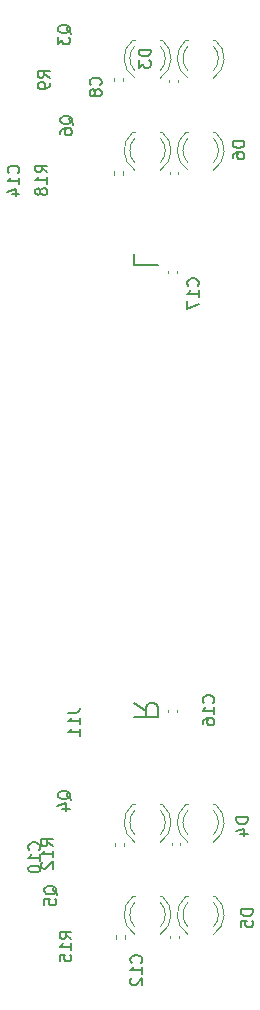
<source format=gbr>
%TF.GenerationSoftware,KiCad,Pcbnew,8.0.3*%
%TF.CreationDate,2024-06-29T22:13:22+09:00*%
%TF.ProjectId,makyi_mouse,6d616b79-695f-46d6-9f75-73652e6b6963,rev?*%
%TF.SameCoordinates,Original*%
%TF.FileFunction,Legend,Bot*%
%TF.FilePolarity,Positive*%
%FSLAX46Y46*%
G04 Gerber Fmt 4.6, Leading zero omitted, Abs format (unit mm)*
G04 Created by KiCad (PCBNEW 8.0.3) date 2024-06-29 22:13:22*
%MOMM*%
%LPD*%
G01*
G04 APERTURE LIST*
%ADD10C,0.200000*%
%ADD11C,0.150000*%
%ADD12C,0.120000*%
G04 APERTURE END LIST*
D10*
X138085161Y-60380952D02*
X138085161Y-61333333D01*
X138085161Y-61333333D02*
X140085161Y-61333333D01*
X138085161Y-98380952D02*
X139037542Y-99047619D01*
X138085161Y-99523809D02*
X140085161Y-99523809D01*
X140085161Y-99523809D02*
X140085161Y-98761904D01*
X140085161Y-98761904D02*
X139989923Y-98571428D01*
X139989923Y-98571428D02*
X139894685Y-98476190D01*
X139894685Y-98476190D02*
X139704209Y-98380952D01*
X139704209Y-98380952D02*
X139418495Y-98380952D01*
X139418495Y-98380952D02*
X139228019Y-98476190D01*
X139228019Y-98476190D02*
X139132780Y-98571428D01*
X139132780Y-98571428D02*
X139037542Y-98761904D01*
X139037542Y-98761904D02*
X139037542Y-99523809D01*
D11*
X132900057Y-49404761D02*
X132852438Y-49309523D01*
X132852438Y-49309523D02*
X132757200Y-49214285D01*
X132757200Y-49214285D02*
X132614342Y-49071428D01*
X132614342Y-49071428D02*
X132566723Y-48976190D01*
X132566723Y-48976190D02*
X132566723Y-48880952D01*
X132804819Y-48928571D02*
X132757200Y-48833333D01*
X132757200Y-48833333D02*
X132661961Y-48738095D01*
X132661961Y-48738095D02*
X132471485Y-48690476D01*
X132471485Y-48690476D02*
X132138152Y-48690476D01*
X132138152Y-48690476D02*
X131947676Y-48738095D01*
X131947676Y-48738095D02*
X131852438Y-48833333D01*
X131852438Y-48833333D02*
X131804819Y-48928571D01*
X131804819Y-48928571D02*
X131804819Y-49119047D01*
X131804819Y-49119047D02*
X131852438Y-49214285D01*
X131852438Y-49214285D02*
X131947676Y-49309523D01*
X131947676Y-49309523D02*
X132138152Y-49357142D01*
X132138152Y-49357142D02*
X132471485Y-49357142D01*
X132471485Y-49357142D02*
X132661961Y-49309523D01*
X132661961Y-49309523D02*
X132757200Y-49214285D01*
X132757200Y-49214285D02*
X132804819Y-49119047D01*
X132804819Y-49119047D02*
X132804819Y-48928571D01*
X131804819Y-50214285D02*
X131804819Y-50023809D01*
X131804819Y-50023809D02*
X131852438Y-49928571D01*
X131852438Y-49928571D02*
X131900057Y-49880952D01*
X131900057Y-49880952D02*
X132042914Y-49785714D01*
X132042914Y-49785714D02*
X132233390Y-49738095D01*
X132233390Y-49738095D02*
X132614342Y-49738095D01*
X132614342Y-49738095D02*
X132709580Y-49785714D01*
X132709580Y-49785714D02*
X132757200Y-49833333D01*
X132757200Y-49833333D02*
X132804819Y-49928571D01*
X132804819Y-49928571D02*
X132804819Y-50119047D01*
X132804819Y-50119047D02*
X132757200Y-50214285D01*
X132757200Y-50214285D02*
X132709580Y-50261904D01*
X132709580Y-50261904D02*
X132614342Y-50309523D01*
X132614342Y-50309523D02*
X132376247Y-50309523D01*
X132376247Y-50309523D02*
X132281009Y-50261904D01*
X132281009Y-50261904D02*
X132233390Y-50214285D01*
X132233390Y-50214285D02*
X132185771Y-50119047D01*
X132185771Y-50119047D02*
X132185771Y-49928571D01*
X132185771Y-49928571D02*
X132233390Y-49833333D01*
X132233390Y-49833333D02*
X132281009Y-49785714D01*
X132281009Y-49785714D02*
X132376247Y-49738095D01*
X131550057Y-114604761D02*
X131502438Y-114509523D01*
X131502438Y-114509523D02*
X131407200Y-114414285D01*
X131407200Y-114414285D02*
X131264342Y-114271428D01*
X131264342Y-114271428D02*
X131216723Y-114176190D01*
X131216723Y-114176190D02*
X131216723Y-114080952D01*
X131454819Y-114128571D02*
X131407200Y-114033333D01*
X131407200Y-114033333D02*
X131311961Y-113938095D01*
X131311961Y-113938095D02*
X131121485Y-113890476D01*
X131121485Y-113890476D02*
X130788152Y-113890476D01*
X130788152Y-113890476D02*
X130597676Y-113938095D01*
X130597676Y-113938095D02*
X130502438Y-114033333D01*
X130502438Y-114033333D02*
X130454819Y-114128571D01*
X130454819Y-114128571D02*
X130454819Y-114319047D01*
X130454819Y-114319047D02*
X130502438Y-114414285D01*
X130502438Y-114414285D02*
X130597676Y-114509523D01*
X130597676Y-114509523D02*
X130788152Y-114557142D01*
X130788152Y-114557142D02*
X131121485Y-114557142D01*
X131121485Y-114557142D02*
X131311961Y-114509523D01*
X131311961Y-114509523D02*
X131407200Y-114414285D01*
X131407200Y-114414285D02*
X131454819Y-114319047D01*
X131454819Y-114319047D02*
X131454819Y-114128571D01*
X130454819Y-115461904D02*
X130454819Y-114985714D01*
X130454819Y-114985714D02*
X130931009Y-114938095D01*
X130931009Y-114938095D02*
X130883390Y-114985714D01*
X130883390Y-114985714D02*
X130835771Y-115080952D01*
X130835771Y-115080952D02*
X130835771Y-115319047D01*
X130835771Y-115319047D02*
X130883390Y-115414285D01*
X130883390Y-115414285D02*
X130931009Y-115461904D01*
X130931009Y-115461904D02*
X131026247Y-115509523D01*
X131026247Y-115509523D02*
X131264342Y-115509523D01*
X131264342Y-115509523D02*
X131359580Y-115461904D01*
X131359580Y-115461904D02*
X131407200Y-115414285D01*
X131407200Y-115414285D02*
X131454819Y-115319047D01*
X131454819Y-115319047D02*
X131454819Y-115080952D01*
X131454819Y-115080952D02*
X131407200Y-114985714D01*
X131407200Y-114985714D02*
X131359580Y-114938095D01*
X132700057Y-106554761D02*
X132652438Y-106459523D01*
X132652438Y-106459523D02*
X132557200Y-106364285D01*
X132557200Y-106364285D02*
X132414342Y-106221428D01*
X132414342Y-106221428D02*
X132366723Y-106126190D01*
X132366723Y-106126190D02*
X132366723Y-106030952D01*
X132604819Y-106078571D02*
X132557200Y-105983333D01*
X132557200Y-105983333D02*
X132461961Y-105888095D01*
X132461961Y-105888095D02*
X132271485Y-105840476D01*
X132271485Y-105840476D02*
X131938152Y-105840476D01*
X131938152Y-105840476D02*
X131747676Y-105888095D01*
X131747676Y-105888095D02*
X131652438Y-105983333D01*
X131652438Y-105983333D02*
X131604819Y-106078571D01*
X131604819Y-106078571D02*
X131604819Y-106269047D01*
X131604819Y-106269047D02*
X131652438Y-106364285D01*
X131652438Y-106364285D02*
X131747676Y-106459523D01*
X131747676Y-106459523D02*
X131938152Y-106507142D01*
X131938152Y-106507142D02*
X132271485Y-106507142D01*
X132271485Y-106507142D02*
X132461961Y-106459523D01*
X132461961Y-106459523D02*
X132557200Y-106364285D01*
X132557200Y-106364285D02*
X132604819Y-106269047D01*
X132604819Y-106269047D02*
X132604819Y-106078571D01*
X131938152Y-107364285D02*
X132604819Y-107364285D01*
X131557200Y-107126190D02*
X132271485Y-106888095D01*
X132271485Y-106888095D02*
X132271485Y-107507142D01*
X132700057Y-41704761D02*
X132652438Y-41609523D01*
X132652438Y-41609523D02*
X132557200Y-41514285D01*
X132557200Y-41514285D02*
X132414342Y-41371428D01*
X132414342Y-41371428D02*
X132366723Y-41276190D01*
X132366723Y-41276190D02*
X132366723Y-41180952D01*
X132604819Y-41228571D02*
X132557200Y-41133333D01*
X132557200Y-41133333D02*
X132461961Y-41038095D01*
X132461961Y-41038095D02*
X132271485Y-40990476D01*
X132271485Y-40990476D02*
X131938152Y-40990476D01*
X131938152Y-40990476D02*
X131747676Y-41038095D01*
X131747676Y-41038095D02*
X131652438Y-41133333D01*
X131652438Y-41133333D02*
X131604819Y-41228571D01*
X131604819Y-41228571D02*
X131604819Y-41419047D01*
X131604819Y-41419047D02*
X131652438Y-41514285D01*
X131652438Y-41514285D02*
X131747676Y-41609523D01*
X131747676Y-41609523D02*
X131938152Y-41657142D01*
X131938152Y-41657142D02*
X132271485Y-41657142D01*
X132271485Y-41657142D02*
X132461961Y-41609523D01*
X132461961Y-41609523D02*
X132557200Y-41514285D01*
X132557200Y-41514285D02*
X132604819Y-41419047D01*
X132604819Y-41419047D02*
X132604819Y-41228571D01*
X131604819Y-41990476D02*
X131604819Y-42609523D01*
X131604819Y-42609523D02*
X131985771Y-42276190D01*
X131985771Y-42276190D02*
X131985771Y-42419047D01*
X131985771Y-42419047D02*
X132033390Y-42514285D01*
X132033390Y-42514285D02*
X132081009Y-42561904D01*
X132081009Y-42561904D02*
X132176247Y-42609523D01*
X132176247Y-42609523D02*
X132414342Y-42609523D01*
X132414342Y-42609523D02*
X132509580Y-42561904D01*
X132509580Y-42561904D02*
X132557200Y-42514285D01*
X132557200Y-42514285D02*
X132604819Y-42419047D01*
X132604819Y-42419047D02*
X132604819Y-42133333D01*
X132604819Y-42133333D02*
X132557200Y-42038095D01*
X132557200Y-42038095D02*
X132509580Y-41990476D01*
X147704819Y-108061905D02*
X146704819Y-108061905D01*
X146704819Y-108061905D02*
X146704819Y-108300000D01*
X146704819Y-108300000D02*
X146752438Y-108442857D01*
X146752438Y-108442857D02*
X146847676Y-108538095D01*
X146847676Y-108538095D02*
X146942914Y-108585714D01*
X146942914Y-108585714D02*
X147133390Y-108633333D01*
X147133390Y-108633333D02*
X147276247Y-108633333D01*
X147276247Y-108633333D02*
X147466723Y-108585714D01*
X147466723Y-108585714D02*
X147561961Y-108538095D01*
X147561961Y-108538095D02*
X147657200Y-108442857D01*
X147657200Y-108442857D02*
X147704819Y-108300000D01*
X147704819Y-108300000D02*
X147704819Y-108061905D01*
X147038152Y-109490476D02*
X147704819Y-109490476D01*
X146657200Y-109252381D02*
X147371485Y-109014286D01*
X147371485Y-109014286D02*
X147371485Y-109633333D01*
X135209580Y-46053333D02*
X135257200Y-46005714D01*
X135257200Y-46005714D02*
X135304819Y-45862857D01*
X135304819Y-45862857D02*
X135304819Y-45767619D01*
X135304819Y-45767619D02*
X135257200Y-45624762D01*
X135257200Y-45624762D02*
X135161961Y-45529524D01*
X135161961Y-45529524D02*
X135066723Y-45481905D01*
X135066723Y-45481905D02*
X134876247Y-45434286D01*
X134876247Y-45434286D02*
X134733390Y-45434286D01*
X134733390Y-45434286D02*
X134542914Y-45481905D01*
X134542914Y-45481905D02*
X134447676Y-45529524D01*
X134447676Y-45529524D02*
X134352438Y-45624762D01*
X134352438Y-45624762D02*
X134304819Y-45767619D01*
X134304819Y-45767619D02*
X134304819Y-45862857D01*
X134304819Y-45862857D02*
X134352438Y-46005714D01*
X134352438Y-46005714D02*
X134400057Y-46053333D01*
X134733390Y-46624762D02*
X134685771Y-46529524D01*
X134685771Y-46529524D02*
X134638152Y-46481905D01*
X134638152Y-46481905D02*
X134542914Y-46434286D01*
X134542914Y-46434286D02*
X134495295Y-46434286D01*
X134495295Y-46434286D02*
X134400057Y-46481905D01*
X134400057Y-46481905D02*
X134352438Y-46529524D01*
X134352438Y-46529524D02*
X134304819Y-46624762D01*
X134304819Y-46624762D02*
X134304819Y-46815238D01*
X134304819Y-46815238D02*
X134352438Y-46910476D01*
X134352438Y-46910476D02*
X134400057Y-46958095D01*
X134400057Y-46958095D02*
X134495295Y-47005714D01*
X134495295Y-47005714D02*
X134542914Y-47005714D01*
X134542914Y-47005714D02*
X134638152Y-46958095D01*
X134638152Y-46958095D02*
X134685771Y-46910476D01*
X134685771Y-46910476D02*
X134733390Y-46815238D01*
X134733390Y-46815238D02*
X134733390Y-46624762D01*
X134733390Y-46624762D02*
X134781009Y-46529524D01*
X134781009Y-46529524D02*
X134828628Y-46481905D01*
X134828628Y-46481905D02*
X134923866Y-46434286D01*
X134923866Y-46434286D02*
X135114342Y-46434286D01*
X135114342Y-46434286D02*
X135209580Y-46481905D01*
X135209580Y-46481905D02*
X135257200Y-46529524D01*
X135257200Y-46529524D02*
X135304819Y-46624762D01*
X135304819Y-46624762D02*
X135304819Y-46815238D01*
X135304819Y-46815238D02*
X135257200Y-46910476D01*
X135257200Y-46910476D02*
X135209580Y-46958095D01*
X135209580Y-46958095D02*
X135114342Y-47005714D01*
X135114342Y-47005714D02*
X134923866Y-47005714D01*
X134923866Y-47005714D02*
X134828628Y-46958095D01*
X134828628Y-46958095D02*
X134781009Y-46910476D01*
X134781009Y-46910476D02*
X134733390Y-46815238D01*
X128259580Y-53507142D02*
X128307200Y-53459523D01*
X128307200Y-53459523D02*
X128354819Y-53316666D01*
X128354819Y-53316666D02*
X128354819Y-53221428D01*
X128354819Y-53221428D02*
X128307200Y-53078571D01*
X128307200Y-53078571D02*
X128211961Y-52983333D01*
X128211961Y-52983333D02*
X128116723Y-52935714D01*
X128116723Y-52935714D02*
X127926247Y-52888095D01*
X127926247Y-52888095D02*
X127783390Y-52888095D01*
X127783390Y-52888095D02*
X127592914Y-52935714D01*
X127592914Y-52935714D02*
X127497676Y-52983333D01*
X127497676Y-52983333D02*
X127402438Y-53078571D01*
X127402438Y-53078571D02*
X127354819Y-53221428D01*
X127354819Y-53221428D02*
X127354819Y-53316666D01*
X127354819Y-53316666D02*
X127402438Y-53459523D01*
X127402438Y-53459523D02*
X127450057Y-53507142D01*
X128354819Y-54459523D02*
X128354819Y-53888095D01*
X128354819Y-54173809D02*
X127354819Y-54173809D01*
X127354819Y-54173809D02*
X127497676Y-54078571D01*
X127497676Y-54078571D02*
X127592914Y-53983333D01*
X127592914Y-53983333D02*
X127640533Y-53888095D01*
X127688152Y-55316666D02*
X128354819Y-55316666D01*
X127307200Y-55078571D02*
X128021485Y-54840476D01*
X128021485Y-54840476D02*
X128021485Y-55459523D01*
X147404819Y-50811905D02*
X146404819Y-50811905D01*
X146404819Y-50811905D02*
X146404819Y-51050000D01*
X146404819Y-51050000D02*
X146452438Y-51192857D01*
X146452438Y-51192857D02*
X146547676Y-51288095D01*
X146547676Y-51288095D02*
X146642914Y-51335714D01*
X146642914Y-51335714D02*
X146833390Y-51383333D01*
X146833390Y-51383333D02*
X146976247Y-51383333D01*
X146976247Y-51383333D02*
X147166723Y-51335714D01*
X147166723Y-51335714D02*
X147261961Y-51288095D01*
X147261961Y-51288095D02*
X147357200Y-51192857D01*
X147357200Y-51192857D02*
X147404819Y-51050000D01*
X147404819Y-51050000D02*
X147404819Y-50811905D01*
X146404819Y-52240476D02*
X146404819Y-52050000D01*
X146404819Y-52050000D02*
X146452438Y-51954762D01*
X146452438Y-51954762D02*
X146500057Y-51907143D01*
X146500057Y-51907143D02*
X146642914Y-51811905D01*
X146642914Y-51811905D02*
X146833390Y-51764286D01*
X146833390Y-51764286D02*
X147214342Y-51764286D01*
X147214342Y-51764286D02*
X147309580Y-51811905D01*
X147309580Y-51811905D02*
X147357200Y-51859524D01*
X147357200Y-51859524D02*
X147404819Y-51954762D01*
X147404819Y-51954762D02*
X147404819Y-52145238D01*
X147404819Y-52145238D02*
X147357200Y-52240476D01*
X147357200Y-52240476D02*
X147309580Y-52288095D01*
X147309580Y-52288095D02*
X147214342Y-52335714D01*
X147214342Y-52335714D02*
X146976247Y-52335714D01*
X146976247Y-52335714D02*
X146881009Y-52288095D01*
X146881009Y-52288095D02*
X146833390Y-52240476D01*
X146833390Y-52240476D02*
X146785771Y-52145238D01*
X146785771Y-52145238D02*
X146785771Y-51954762D01*
X146785771Y-51954762D02*
X146833390Y-51859524D01*
X146833390Y-51859524D02*
X146881009Y-51811905D01*
X146881009Y-51811905D02*
X146976247Y-51764286D01*
X148104819Y-115861905D02*
X147104819Y-115861905D01*
X147104819Y-115861905D02*
X147104819Y-116100000D01*
X147104819Y-116100000D02*
X147152438Y-116242857D01*
X147152438Y-116242857D02*
X147247676Y-116338095D01*
X147247676Y-116338095D02*
X147342914Y-116385714D01*
X147342914Y-116385714D02*
X147533390Y-116433333D01*
X147533390Y-116433333D02*
X147676247Y-116433333D01*
X147676247Y-116433333D02*
X147866723Y-116385714D01*
X147866723Y-116385714D02*
X147961961Y-116338095D01*
X147961961Y-116338095D02*
X148057200Y-116242857D01*
X148057200Y-116242857D02*
X148104819Y-116100000D01*
X148104819Y-116100000D02*
X148104819Y-115861905D01*
X147104819Y-117338095D02*
X147104819Y-116861905D01*
X147104819Y-116861905D02*
X147581009Y-116814286D01*
X147581009Y-116814286D02*
X147533390Y-116861905D01*
X147533390Y-116861905D02*
X147485771Y-116957143D01*
X147485771Y-116957143D02*
X147485771Y-117195238D01*
X147485771Y-117195238D02*
X147533390Y-117290476D01*
X147533390Y-117290476D02*
X147581009Y-117338095D01*
X147581009Y-117338095D02*
X147676247Y-117385714D01*
X147676247Y-117385714D02*
X147914342Y-117385714D01*
X147914342Y-117385714D02*
X148009580Y-117338095D01*
X148009580Y-117338095D02*
X148057200Y-117290476D01*
X148057200Y-117290476D02*
X148104819Y-117195238D01*
X148104819Y-117195238D02*
X148104819Y-116957143D01*
X148104819Y-116957143D02*
X148057200Y-116861905D01*
X148057200Y-116861905D02*
X148009580Y-116814286D01*
X138659580Y-120357142D02*
X138707200Y-120309523D01*
X138707200Y-120309523D02*
X138754819Y-120166666D01*
X138754819Y-120166666D02*
X138754819Y-120071428D01*
X138754819Y-120071428D02*
X138707200Y-119928571D01*
X138707200Y-119928571D02*
X138611961Y-119833333D01*
X138611961Y-119833333D02*
X138516723Y-119785714D01*
X138516723Y-119785714D02*
X138326247Y-119738095D01*
X138326247Y-119738095D02*
X138183390Y-119738095D01*
X138183390Y-119738095D02*
X137992914Y-119785714D01*
X137992914Y-119785714D02*
X137897676Y-119833333D01*
X137897676Y-119833333D02*
X137802438Y-119928571D01*
X137802438Y-119928571D02*
X137754819Y-120071428D01*
X137754819Y-120071428D02*
X137754819Y-120166666D01*
X137754819Y-120166666D02*
X137802438Y-120309523D01*
X137802438Y-120309523D02*
X137850057Y-120357142D01*
X138754819Y-121309523D02*
X138754819Y-120738095D01*
X138754819Y-121023809D02*
X137754819Y-121023809D01*
X137754819Y-121023809D02*
X137897676Y-120928571D01*
X137897676Y-120928571D02*
X137992914Y-120833333D01*
X137992914Y-120833333D02*
X138040533Y-120738095D01*
X137850057Y-121690476D02*
X137802438Y-121738095D01*
X137802438Y-121738095D02*
X137754819Y-121833333D01*
X137754819Y-121833333D02*
X137754819Y-122071428D01*
X137754819Y-122071428D02*
X137802438Y-122166666D01*
X137802438Y-122166666D02*
X137850057Y-122214285D01*
X137850057Y-122214285D02*
X137945295Y-122261904D01*
X137945295Y-122261904D02*
X138040533Y-122261904D01*
X138040533Y-122261904D02*
X138183390Y-122214285D01*
X138183390Y-122214285D02*
X138754819Y-121642857D01*
X138754819Y-121642857D02*
X138754819Y-122261904D01*
X139454819Y-43061905D02*
X138454819Y-43061905D01*
X138454819Y-43061905D02*
X138454819Y-43300000D01*
X138454819Y-43300000D02*
X138502438Y-43442857D01*
X138502438Y-43442857D02*
X138597676Y-43538095D01*
X138597676Y-43538095D02*
X138692914Y-43585714D01*
X138692914Y-43585714D02*
X138883390Y-43633333D01*
X138883390Y-43633333D02*
X139026247Y-43633333D01*
X139026247Y-43633333D02*
X139216723Y-43585714D01*
X139216723Y-43585714D02*
X139311961Y-43538095D01*
X139311961Y-43538095D02*
X139407200Y-43442857D01*
X139407200Y-43442857D02*
X139454819Y-43300000D01*
X139454819Y-43300000D02*
X139454819Y-43061905D01*
X138454819Y-43966667D02*
X138454819Y-44585714D01*
X138454819Y-44585714D02*
X138835771Y-44252381D01*
X138835771Y-44252381D02*
X138835771Y-44395238D01*
X138835771Y-44395238D02*
X138883390Y-44490476D01*
X138883390Y-44490476D02*
X138931009Y-44538095D01*
X138931009Y-44538095D02*
X139026247Y-44585714D01*
X139026247Y-44585714D02*
X139264342Y-44585714D01*
X139264342Y-44585714D02*
X139359580Y-44538095D01*
X139359580Y-44538095D02*
X139407200Y-44490476D01*
X139407200Y-44490476D02*
X139454819Y-44395238D01*
X139454819Y-44395238D02*
X139454819Y-44109524D01*
X139454819Y-44109524D02*
X139407200Y-44014286D01*
X139407200Y-44014286D02*
X139359580Y-43966667D01*
X130009580Y-110807142D02*
X130057200Y-110759523D01*
X130057200Y-110759523D02*
X130104819Y-110616666D01*
X130104819Y-110616666D02*
X130104819Y-110521428D01*
X130104819Y-110521428D02*
X130057200Y-110378571D01*
X130057200Y-110378571D02*
X129961961Y-110283333D01*
X129961961Y-110283333D02*
X129866723Y-110235714D01*
X129866723Y-110235714D02*
X129676247Y-110188095D01*
X129676247Y-110188095D02*
X129533390Y-110188095D01*
X129533390Y-110188095D02*
X129342914Y-110235714D01*
X129342914Y-110235714D02*
X129247676Y-110283333D01*
X129247676Y-110283333D02*
X129152438Y-110378571D01*
X129152438Y-110378571D02*
X129104819Y-110521428D01*
X129104819Y-110521428D02*
X129104819Y-110616666D01*
X129104819Y-110616666D02*
X129152438Y-110759523D01*
X129152438Y-110759523D02*
X129200057Y-110807142D01*
X130104819Y-111759523D02*
X130104819Y-111188095D01*
X130104819Y-111473809D02*
X129104819Y-111473809D01*
X129104819Y-111473809D02*
X129247676Y-111378571D01*
X129247676Y-111378571D02*
X129342914Y-111283333D01*
X129342914Y-111283333D02*
X129390533Y-111188095D01*
X129104819Y-112378571D02*
X129104819Y-112473809D01*
X129104819Y-112473809D02*
X129152438Y-112569047D01*
X129152438Y-112569047D02*
X129200057Y-112616666D01*
X129200057Y-112616666D02*
X129295295Y-112664285D01*
X129295295Y-112664285D02*
X129485771Y-112711904D01*
X129485771Y-112711904D02*
X129723866Y-112711904D01*
X129723866Y-112711904D02*
X129914342Y-112664285D01*
X129914342Y-112664285D02*
X130009580Y-112616666D01*
X130009580Y-112616666D02*
X130057200Y-112569047D01*
X130057200Y-112569047D02*
X130104819Y-112473809D01*
X130104819Y-112473809D02*
X130104819Y-112378571D01*
X130104819Y-112378571D02*
X130057200Y-112283333D01*
X130057200Y-112283333D02*
X130009580Y-112235714D01*
X130009580Y-112235714D02*
X129914342Y-112188095D01*
X129914342Y-112188095D02*
X129723866Y-112140476D01*
X129723866Y-112140476D02*
X129485771Y-112140476D01*
X129485771Y-112140476D02*
X129295295Y-112188095D01*
X129295295Y-112188095D02*
X129200057Y-112235714D01*
X129200057Y-112235714D02*
X129152438Y-112283333D01*
X129152438Y-112283333D02*
X129104819Y-112378571D01*
X144759580Y-98357142D02*
X144807200Y-98309523D01*
X144807200Y-98309523D02*
X144854819Y-98166666D01*
X144854819Y-98166666D02*
X144854819Y-98071428D01*
X144854819Y-98071428D02*
X144807200Y-97928571D01*
X144807200Y-97928571D02*
X144711961Y-97833333D01*
X144711961Y-97833333D02*
X144616723Y-97785714D01*
X144616723Y-97785714D02*
X144426247Y-97738095D01*
X144426247Y-97738095D02*
X144283390Y-97738095D01*
X144283390Y-97738095D02*
X144092914Y-97785714D01*
X144092914Y-97785714D02*
X143997676Y-97833333D01*
X143997676Y-97833333D02*
X143902438Y-97928571D01*
X143902438Y-97928571D02*
X143854819Y-98071428D01*
X143854819Y-98071428D02*
X143854819Y-98166666D01*
X143854819Y-98166666D02*
X143902438Y-98309523D01*
X143902438Y-98309523D02*
X143950057Y-98357142D01*
X144854819Y-99309523D02*
X144854819Y-98738095D01*
X144854819Y-99023809D02*
X143854819Y-99023809D01*
X143854819Y-99023809D02*
X143997676Y-98928571D01*
X143997676Y-98928571D02*
X144092914Y-98833333D01*
X144092914Y-98833333D02*
X144140533Y-98738095D01*
X143854819Y-100166666D02*
X143854819Y-99976190D01*
X143854819Y-99976190D02*
X143902438Y-99880952D01*
X143902438Y-99880952D02*
X143950057Y-99833333D01*
X143950057Y-99833333D02*
X144092914Y-99738095D01*
X144092914Y-99738095D02*
X144283390Y-99690476D01*
X144283390Y-99690476D02*
X144664342Y-99690476D01*
X144664342Y-99690476D02*
X144759580Y-99738095D01*
X144759580Y-99738095D02*
X144807200Y-99785714D01*
X144807200Y-99785714D02*
X144854819Y-99880952D01*
X144854819Y-99880952D02*
X144854819Y-100071428D01*
X144854819Y-100071428D02*
X144807200Y-100166666D01*
X144807200Y-100166666D02*
X144759580Y-100214285D01*
X144759580Y-100214285D02*
X144664342Y-100261904D01*
X144664342Y-100261904D02*
X144426247Y-100261904D01*
X144426247Y-100261904D02*
X144331009Y-100214285D01*
X144331009Y-100214285D02*
X144283390Y-100166666D01*
X144283390Y-100166666D02*
X144235771Y-100071428D01*
X144235771Y-100071428D02*
X144235771Y-99880952D01*
X144235771Y-99880952D02*
X144283390Y-99785714D01*
X144283390Y-99785714D02*
X144331009Y-99738095D01*
X144331009Y-99738095D02*
X144426247Y-99690476D01*
X131204819Y-110507142D02*
X130728628Y-110173809D01*
X131204819Y-109935714D02*
X130204819Y-109935714D01*
X130204819Y-109935714D02*
X130204819Y-110316666D01*
X130204819Y-110316666D02*
X130252438Y-110411904D01*
X130252438Y-110411904D02*
X130300057Y-110459523D01*
X130300057Y-110459523D02*
X130395295Y-110507142D01*
X130395295Y-110507142D02*
X130538152Y-110507142D01*
X130538152Y-110507142D02*
X130633390Y-110459523D01*
X130633390Y-110459523D02*
X130681009Y-110411904D01*
X130681009Y-110411904D02*
X130728628Y-110316666D01*
X130728628Y-110316666D02*
X130728628Y-109935714D01*
X131204819Y-111459523D02*
X131204819Y-110888095D01*
X131204819Y-111173809D02*
X130204819Y-111173809D01*
X130204819Y-111173809D02*
X130347676Y-111078571D01*
X130347676Y-111078571D02*
X130442914Y-110983333D01*
X130442914Y-110983333D02*
X130490533Y-110888095D01*
X130300057Y-111840476D02*
X130252438Y-111888095D01*
X130252438Y-111888095D02*
X130204819Y-111983333D01*
X130204819Y-111983333D02*
X130204819Y-112221428D01*
X130204819Y-112221428D02*
X130252438Y-112316666D01*
X130252438Y-112316666D02*
X130300057Y-112364285D01*
X130300057Y-112364285D02*
X130395295Y-112411904D01*
X130395295Y-112411904D02*
X130490533Y-112411904D01*
X130490533Y-112411904D02*
X130633390Y-112364285D01*
X130633390Y-112364285D02*
X131204819Y-111792857D01*
X131204819Y-111792857D02*
X131204819Y-112411904D01*
X130704819Y-53457142D02*
X130228628Y-53123809D01*
X130704819Y-52885714D02*
X129704819Y-52885714D01*
X129704819Y-52885714D02*
X129704819Y-53266666D01*
X129704819Y-53266666D02*
X129752438Y-53361904D01*
X129752438Y-53361904D02*
X129800057Y-53409523D01*
X129800057Y-53409523D02*
X129895295Y-53457142D01*
X129895295Y-53457142D02*
X130038152Y-53457142D01*
X130038152Y-53457142D02*
X130133390Y-53409523D01*
X130133390Y-53409523D02*
X130181009Y-53361904D01*
X130181009Y-53361904D02*
X130228628Y-53266666D01*
X130228628Y-53266666D02*
X130228628Y-52885714D01*
X130704819Y-54409523D02*
X130704819Y-53838095D01*
X130704819Y-54123809D02*
X129704819Y-54123809D01*
X129704819Y-54123809D02*
X129847676Y-54028571D01*
X129847676Y-54028571D02*
X129942914Y-53933333D01*
X129942914Y-53933333D02*
X129990533Y-53838095D01*
X130133390Y-54980952D02*
X130085771Y-54885714D01*
X130085771Y-54885714D02*
X130038152Y-54838095D01*
X130038152Y-54838095D02*
X129942914Y-54790476D01*
X129942914Y-54790476D02*
X129895295Y-54790476D01*
X129895295Y-54790476D02*
X129800057Y-54838095D01*
X129800057Y-54838095D02*
X129752438Y-54885714D01*
X129752438Y-54885714D02*
X129704819Y-54980952D01*
X129704819Y-54980952D02*
X129704819Y-55171428D01*
X129704819Y-55171428D02*
X129752438Y-55266666D01*
X129752438Y-55266666D02*
X129800057Y-55314285D01*
X129800057Y-55314285D02*
X129895295Y-55361904D01*
X129895295Y-55361904D02*
X129942914Y-55361904D01*
X129942914Y-55361904D02*
X130038152Y-55314285D01*
X130038152Y-55314285D02*
X130085771Y-55266666D01*
X130085771Y-55266666D02*
X130133390Y-55171428D01*
X130133390Y-55171428D02*
X130133390Y-54980952D01*
X130133390Y-54980952D02*
X130181009Y-54885714D01*
X130181009Y-54885714D02*
X130228628Y-54838095D01*
X130228628Y-54838095D02*
X130323866Y-54790476D01*
X130323866Y-54790476D02*
X130514342Y-54790476D01*
X130514342Y-54790476D02*
X130609580Y-54838095D01*
X130609580Y-54838095D02*
X130657200Y-54885714D01*
X130657200Y-54885714D02*
X130704819Y-54980952D01*
X130704819Y-54980952D02*
X130704819Y-55171428D01*
X130704819Y-55171428D02*
X130657200Y-55266666D01*
X130657200Y-55266666D02*
X130609580Y-55314285D01*
X130609580Y-55314285D02*
X130514342Y-55361904D01*
X130514342Y-55361904D02*
X130323866Y-55361904D01*
X130323866Y-55361904D02*
X130228628Y-55314285D01*
X130228628Y-55314285D02*
X130181009Y-55266666D01*
X130181009Y-55266666D02*
X130133390Y-55171428D01*
X143459580Y-63057142D02*
X143507200Y-63009523D01*
X143507200Y-63009523D02*
X143554819Y-62866666D01*
X143554819Y-62866666D02*
X143554819Y-62771428D01*
X143554819Y-62771428D02*
X143507200Y-62628571D01*
X143507200Y-62628571D02*
X143411961Y-62533333D01*
X143411961Y-62533333D02*
X143316723Y-62485714D01*
X143316723Y-62485714D02*
X143126247Y-62438095D01*
X143126247Y-62438095D02*
X142983390Y-62438095D01*
X142983390Y-62438095D02*
X142792914Y-62485714D01*
X142792914Y-62485714D02*
X142697676Y-62533333D01*
X142697676Y-62533333D02*
X142602438Y-62628571D01*
X142602438Y-62628571D02*
X142554819Y-62771428D01*
X142554819Y-62771428D02*
X142554819Y-62866666D01*
X142554819Y-62866666D02*
X142602438Y-63009523D01*
X142602438Y-63009523D02*
X142650057Y-63057142D01*
X143554819Y-64009523D02*
X143554819Y-63438095D01*
X143554819Y-63723809D02*
X142554819Y-63723809D01*
X142554819Y-63723809D02*
X142697676Y-63628571D01*
X142697676Y-63628571D02*
X142792914Y-63533333D01*
X142792914Y-63533333D02*
X142840533Y-63438095D01*
X142554819Y-64342857D02*
X142554819Y-65009523D01*
X142554819Y-65009523D02*
X143554819Y-64580952D01*
X132754819Y-118357142D02*
X132278628Y-118023809D01*
X132754819Y-117785714D02*
X131754819Y-117785714D01*
X131754819Y-117785714D02*
X131754819Y-118166666D01*
X131754819Y-118166666D02*
X131802438Y-118261904D01*
X131802438Y-118261904D02*
X131850057Y-118309523D01*
X131850057Y-118309523D02*
X131945295Y-118357142D01*
X131945295Y-118357142D02*
X132088152Y-118357142D01*
X132088152Y-118357142D02*
X132183390Y-118309523D01*
X132183390Y-118309523D02*
X132231009Y-118261904D01*
X132231009Y-118261904D02*
X132278628Y-118166666D01*
X132278628Y-118166666D02*
X132278628Y-117785714D01*
X132754819Y-119309523D02*
X132754819Y-118738095D01*
X132754819Y-119023809D02*
X131754819Y-119023809D01*
X131754819Y-119023809D02*
X131897676Y-118928571D01*
X131897676Y-118928571D02*
X131992914Y-118833333D01*
X131992914Y-118833333D02*
X132040533Y-118738095D01*
X131754819Y-120214285D02*
X131754819Y-119738095D01*
X131754819Y-119738095D02*
X132231009Y-119690476D01*
X132231009Y-119690476D02*
X132183390Y-119738095D01*
X132183390Y-119738095D02*
X132135771Y-119833333D01*
X132135771Y-119833333D02*
X132135771Y-120071428D01*
X132135771Y-120071428D02*
X132183390Y-120166666D01*
X132183390Y-120166666D02*
X132231009Y-120214285D01*
X132231009Y-120214285D02*
X132326247Y-120261904D01*
X132326247Y-120261904D02*
X132564342Y-120261904D01*
X132564342Y-120261904D02*
X132659580Y-120214285D01*
X132659580Y-120214285D02*
X132707200Y-120166666D01*
X132707200Y-120166666D02*
X132754819Y-120071428D01*
X132754819Y-120071428D02*
X132754819Y-119833333D01*
X132754819Y-119833333D02*
X132707200Y-119738095D01*
X132707200Y-119738095D02*
X132659580Y-119690476D01*
X132454819Y-99190476D02*
X133169104Y-99190476D01*
X133169104Y-99190476D02*
X133311961Y-99142857D01*
X133311961Y-99142857D02*
X133407200Y-99047619D01*
X133407200Y-99047619D02*
X133454819Y-98904762D01*
X133454819Y-98904762D02*
X133454819Y-98809524D01*
X133454819Y-100190476D02*
X133454819Y-99619048D01*
X133454819Y-99904762D02*
X132454819Y-99904762D01*
X132454819Y-99904762D02*
X132597676Y-99809524D01*
X132597676Y-99809524D02*
X132692914Y-99714286D01*
X132692914Y-99714286D02*
X132740533Y-99619048D01*
X133454819Y-101142857D02*
X133454819Y-100571429D01*
X133454819Y-100857143D02*
X132454819Y-100857143D01*
X132454819Y-100857143D02*
X132597676Y-100761905D01*
X132597676Y-100761905D02*
X132692914Y-100666667D01*
X132692914Y-100666667D02*
X132740533Y-100571429D01*
X130904819Y-45433333D02*
X130428628Y-45100000D01*
X130904819Y-44861905D02*
X129904819Y-44861905D01*
X129904819Y-44861905D02*
X129904819Y-45242857D01*
X129904819Y-45242857D02*
X129952438Y-45338095D01*
X129952438Y-45338095D02*
X130000057Y-45385714D01*
X130000057Y-45385714D02*
X130095295Y-45433333D01*
X130095295Y-45433333D02*
X130238152Y-45433333D01*
X130238152Y-45433333D02*
X130333390Y-45385714D01*
X130333390Y-45385714D02*
X130381009Y-45338095D01*
X130381009Y-45338095D02*
X130428628Y-45242857D01*
X130428628Y-45242857D02*
X130428628Y-44861905D01*
X130904819Y-45909524D02*
X130904819Y-46100000D01*
X130904819Y-46100000D02*
X130857200Y-46195238D01*
X130857200Y-46195238D02*
X130809580Y-46242857D01*
X130809580Y-46242857D02*
X130666723Y-46338095D01*
X130666723Y-46338095D02*
X130476247Y-46385714D01*
X130476247Y-46385714D02*
X130095295Y-46385714D01*
X130095295Y-46385714D02*
X130000057Y-46338095D01*
X130000057Y-46338095D02*
X129952438Y-46290476D01*
X129952438Y-46290476D02*
X129904819Y-46195238D01*
X129904819Y-46195238D02*
X129904819Y-46004762D01*
X129904819Y-46004762D02*
X129952438Y-45909524D01*
X129952438Y-45909524D02*
X130000057Y-45861905D01*
X130000057Y-45861905D02*
X130095295Y-45814286D01*
X130095295Y-45814286D02*
X130333390Y-45814286D01*
X130333390Y-45814286D02*
X130428628Y-45861905D01*
X130428628Y-45861905D02*
X130476247Y-45909524D01*
X130476247Y-45909524D02*
X130523866Y-46004762D01*
X130523866Y-46004762D02*
X130523866Y-46195238D01*
X130523866Y-46195238D02*
X130476247Y-46290476D01*
X130476247Y-46290476D02*
X130428628Y-46338095D01*
X130428628Y-46338095D02*
X130333390Y-46385714D01*
D12*
%TO.C,Q6*%
X140435516Y-50040000D02*
G75*
G02*
X140278608Y-53272335I-1235517J-1560000D01*
G01*
X140280000Y-50559039D02*
G75*
G02*
X140279837Y-52641130I-1080000J-1040961D01*
G01*
X138120163Y-52641130D02*
G75*
G02*
X138120000Y-50559039I1079837J1041130D01*
G01*
X138121392Y-53272335D02*
G75*
G02*
X137964484Y-50040000I1078609J1672335D01*
G01*
X140436000Y-50040000D02*
X140280000Y-50040000D01*
X138120000Y-50040000D02*
X137964000Y-50040000D01*
%TO.C,Q5*%
X138120000Y-114740000D02*
X137964000Y-114740000D01*
X140436000Y-114740000D02*
X140280000Y-114740000D01*
X138121392Y-117972335D02*
G75*
G02*
X137964484Y-114740000I1078609J1672335D01*
G01*
X138120163Y-117341130D02*
G75*
G02*
X138120000Y-115259039I1079837J1041130D01*
G01*
X140280000Y-115259039D02*
G75*
G02*
X140279837Y-117341130I-1080000J-1040961D01*
G01*
X140435516Y-114740000D02*
G75*
G02*
X140278608Y-117972335I-1235517J-1560000D01*
G01*
%TO.C,Q4*%
X138120000Y-106940000D02*
X137964000Y-106940000D01*
X140436000Y-106940000D02*
X140280000Y-106940000D01*
X138121392Y-110172335D02*
G75*
G02*
X137964484Y-106940000I1078609J1672335D01*
G01*
X138120163Y-109541130D02*
G75*
G02*
X138120000Y-107459039I1079837J1041130D01*
G01*
X140280000Y-107459039D02*
G75*
G02*
X140279837Y-109541130I-1080000J-1040961D01*
G01*
X140435516Y-106940000D02*
G75*
G02*
X140278608Y-110172335I-1235517J-1560000D01*
G01*
%TO.C,Q3*%
X138120000Y-42240000D02*
X137964000Y-42240000D01*
X140436000Y-42240000D02*
X140280000Y-42240000D01*
X138121392Y-45472335D02*
G75*
G02*
X137964484Y-42240000I1078609J1672335D01*
G01*
X138120163Y-44841130D02*
G75*
G02*
X138120000Y-42759039I1079837J1041130D01*
G01*
X140280000Y-42759039D02*
G75*
G02*
X140279837Y-44841130I-1080000J-1040961D01*
G01*
X140435516Y-42240000D02*
G75*
G02*
X140278608Y-45472335I-1235517J-1560000D01*
G01*
%TO.C,D4*%
X144936000Y-106940000D02*
X144780000Y-106940000D01*
X142620000Y-106940000D02*
X142464000Y-106940000D01*
X144780000Y-107459039D02*
G75*
G02*
X144779837Y-109541130I-1080000J-1040961D01*
G01*
X144935516Y-106940000D02*
G75*
G02*
X144778608Y-110172335I-1235517J-1560000D01*
G01*
X142620163Y-109541130D02*
G75*
G02*
X142620000Y-107459039I1079837J1041130D01*
G01*
X142621392Y-110172335D02*
G75*
G02*
X142464484Y-106940000I1078609J1672335D01*
G01*
%TO.C,C8*%
X141760000Y-45827836D02*
X141760000Y-45612164D01*
X141040000Y-45827836D02*
X141040000Y-45612164D01*
%TO.C,C14*%
X141810000Y-53607836D02*
X141810000Y-53392164D01*
X141090000Y-53607836D02*
X141090000Y-53392164D01*
%TO.C,D6*%
X144936000Y-50040000D02*
X144780000Y-50040000D01*
X142620000Y-50040000D02*
X142464000Y-50040000D01*
X144780000Y-50559039D02*
G75*
G02*
X144779837Y-52641130I-1080000J-1040961D01*
G01*
X144935516Y-50040000D02*
G75*
G02*
X144778608Y-53272335I-1235517J-1560000D01*
G01*
X142620163Y-52641130D02*
G75*
G02*
X142620000Y-50559039I1079837J1041130D01*
G01*
X142621392Y-53272335D02*
G75*
G02*
X142464484Y-50040000I1078609J1672335D01*
G01*
%TO.C,D5*%
X144936000Y-114740000D02*
X144780000Y-114740000D01*
X142620000Y-114740000D02*
X142464000Y-114740000D01*
X144780000Y-115259039D02*
G75*
G02*
X144779837Y-117341130I-1080000J-1040961D01*
G01*
X144935516Y-114740000D02*
G75*
G02*
X144778608Y-117972335I-1235517J-1560000D01*
G01*
X142620163Y-117341130D02*
G75*
G02*
X142620000Y-115259039I1079837J1041130D01*
G01*
X142621392Y-117972335D02*
G75*
G02*
X142464484Y-114740000I1078609J1672335D01*
G01*
%TO.C,C12*%
X141860000Y-118307836D02*
X141860000Y-118092164D01*
X141140000Y-118307836D02*
X141140000Y-118092164D01*
%TO.C,D3*%
X144936000Y-42240000D02*
X144780000Y-42240000D01*
X142620000Y-42240000D02*
X142464000Y-42240000D01*
X144780000Y-42759039D02*
G75*
G02*
X144779837Y-44841130I-1080000J-1040961D01*
G01*
X144935516Y-42240000D02*
G75*
G02*
X144778608Y-45472335I-1235517J-1560000D01*
G01*
X142620163Y-44841130D02*
G75*
G02*
X142620000Y-42759039I1079837J1041130D01*
G01*
X142621392Y-45472335D02*
G75*
G02*
X142464484Y-42240000I1078609J1672335D01*
G01*
%TO.C,C10*%
X141960000Y-110407836D02*
X141960000Y-110192164D01*
X141240000Y-110407836D02*
X141240000Y-110192164D01*
%TO.C,C16*%
X140940000Y-98934165D02*
X140940000Y-99165835D01*
X141660000Y-98934165D02*
X141660000Y-99165835D01*
%TO.C,R12*%
X136470000Y-110503641D02*
X136470000Y-110196359D01*
X137230000Y-110503641D02*
X137230000Y-110196359D01*
%TO.C,R18*%
X136370000Y-53653641D02*
X136370000Y-53346359D01*
X137130000Y-53653641D02*
X137130000Y-53346359D01*
%TO.C,C17*%
X140940000Y-62015835D02*
X140940000Y-61784165D01*
X141660000Y-62015835D02*
X141660000Y-61784165D01*
%TO.C,R15*%
X136520000Y-118353641D02*
X136520000Y-118046359D01*
X137280000Y-118353641D02*
X137280000Y-118046359D01*
%TO.C,R9*%
X136320000Y-45753641D02*
X136320000Y-45446359D01*
X137080000Y-45753641D02*
X137080000Y-45446359D01*
%TD*%
M02*

</source>
